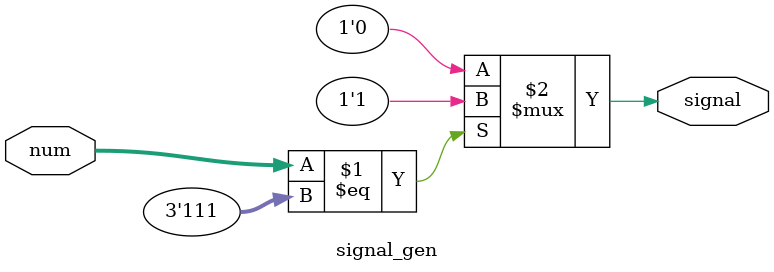
<source format=v>
module signal_gen (num, signal);

    /* Parameters */
    
    parameter NUM_WIDTH = 3;
    parameter NUM_VALUE = 7;
    
    /* Ports */
    
    input wire [NUM_WIDTH - 1 : 0] num;
    
    output wire signal;
    
    /* Behavioral */
    
    assign signal = (num == NUM_VALUE) ? 1'b1 : 1'b0;

endmodule
</source>
